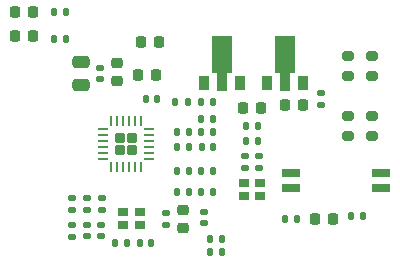
<source format=gbr>
%TF.GenerationSoftware,KiCad,Pcbnew,8.0.2-8.0.2-0~ubuntu22.04.1*%
%TF.CreationDate,2024-05-07T00:28:05+09:00*%
%TF.ProjectId,CANgatewayE,43414e67-6174-4657-9761-79452e6b6963,rev?*%
%TF.SameCoordinates,Original*%
%TF.FileFunction,Paste,Top*%
%TF.FilePolarity,Positive*%
%FSLAX46Y46*%
G04 Gerber Fmt 4.6, Leading zero omitted, Abs format (unit mm)*
G04 Created by KiCad (PCBNEW 8.0.2-8.0.2-0~ubuntu22.04.1) date 2024-05-07 00:28:05*
%MOMM*%
%LPD*%
G01*
G04 APERTURE LIST*
G04 Aperture macros list*
%AMRoundRect*
0 Rectangle with rounded corners*
0 $1 Rounding radius*
0 $2 $3 $4 $5 $6 $7 $8 $9 X,Y pos of 4 corners*
0 Add a 4 corners polygon primitive as box body*
4,1,4,$2,$3,$4,$5,$6,$7,$8,$9,$2,$3,0*
0 Add four circle primitives for the rounded corners*
1,1,$1+$1,$2,$3*
1,1,$1+$1,$4,$5*
1,1,$1+$1,$6,$7*
1,1,$1+$1,$8,$9*
0 Add four rect primitives between the rounded corners*
20,1,$1+$1,$2,$3,$4,$5,0*
20,1,$1+$1,$4,$5,$6,$7,0*
20,1,$1+$1,$6,$7,$8,$9,0*
20,1,$1+$1,$8,$9,$2,$3,0*%
%AMFreePoly0*
4,1,9,3.862500,-0.866500,0.737500,-0.866500,0.737500,-0.450000,-0.737500,-0.450000,-0.737500,0.450000,0.737500,0.450000,0.737500,0.866500,3.862500,0.866500,3.862500,-0.866500,3.862500,-0.866500,$1*%
%AMFreePoly1*
4,1,25,0.266375,0.443630,0.297109,0.420047,0.420047,0.297109,0.458455,0.230584,0.463512,0.192176,0.463512,-0.192176,0.443630,-0.266375,0.420047,-0.297109,0.297109,-0.420047,0.230584,-0.458455,0.192176,-0.463512,-0.192176,-0.463512,-0.266375,-0.443630,-0.297109,-0.420047,-0.420047,-0.297109,-0.458455,-0.230584,-0.463512,-0.192176,-0.463512,0.192176,-0.443630,0.266375,-0.420047,0.297109,
-0.297109,0.420047,-0.230584,0.458455,-0.192176,0.463512,0.192176,0.463512,0.266375,0.443630,0.266375,0.443630,$1*%
G04 Aperture macros list end*
%ADD10RoundRect,0.140000X0.140000X0.170000X-0.140000X0.170000X-0.140000X-0.170000X0.140000X-0.170000X0*%
%ADD11RoundRect,0.140000X-0.170000X0.140000X-0.170000X-0.140000X0.170000X-0.140000X0.170000X0.140000X0*%
%ADD12RoundRect,0.135000X-0.185000X0.135000X-0.185000X-0.135000X0.185000X-0.135000X0.185000X0.135000X0*%
%ADD13RoundRect,0.135000X0.135000X0.185000X-0.135000X0.185000X-0.135000X-0.185000X0.135000X-0.185000X0*%
%ADD14R,0.900000X0.800000*%
%ADD15RoundRect,0.225000X-0.225000X-0.250000X0.225000X-0.250000X0.225000X0.250000X-0.225000X0.250000X0*%
%ADD16R,0.900000X1.300000*%
%ADD17FreePoly0,90.000000*%
%ADD18RoundRect,0.218750X-0.218750X-0.256250X0.218750X-0.256250X0.218750X0.256250X-0.218750X0.256250X0*%
%ADD19RoundRect,0.140000X0.170000X-0.140000X0.170000X0.140000X-0.170000X0.140000X-0.170000X-0.140000X0*%
%ADD20RoundRect,0.200000X-0.275000X0.200000X-0.275000X-0.200000X0.275000X-0.200000X0.275000X0.200000X0*%
%ADD21FreePoly1,90.000000*%
%ADD22RoundRect,0.062500X0.062500X-0.375000X0.062500X0.375000X-0.062500X0.375000X-0.062500X-0.375000X0*%
%ADD23RoundRect,0.062500X0.375000X-0.062500X0.375000X0.062500X-0.375000X0.062500X-0.375000X-0.062500X0*%
%ADD24RoundRect,0.225000X0.225000X0.250000X-0.225000X0.250000X-0.225000X-0.250000X0.225000X-0.250000X0*%
%ADD25RoundRect,0.225000X-0.250000X0.225000X-0.250000X-0.225000X0.250000X-0.225000X0.250000X0.225000X0*%
%ADD26RoundRect,0.250000X0.475000X-0.250000X0.475000X0.250000X-0.475000X0.250000X-0.475000X-0.250000X0*%
%ADD27RoundRect,0.218750X-0.256250X0.218750X-0.256250X-0.218750X0.256250X-0.218750X0.256250X0.218750X0*%
%ADD28RoundRect,0.135000X0.185000X-0.135000X0.185000X0.135000X-0.185000X0.135000X-0.185000X-0.135000X0*%
%ADD29R,1.600000X0.760000*%
%ADD30RoundRect,0.135000X-0.135000X-0.185000X0.135000X-0.185000X0.135000X0.185000X-0.135000X0.185000X0*%
G04 APERTURE END LIST*
D10*
%TO.C,C25*%
X46962000Y7112000D03*
X46002000Y7112000D03*
%TD*%
D11*
%TO.C,C11*%
X43434000Y17498000D03*
X43434000Y16538000D03*
%TD*%
D12*
%TO.C,R18*%
X22352000Y8638000D03*
X22352000Y7618000D03*
%TD*%
D10*
%TO.C,C10*%
X35024000Y4064000D03*
X34064000Y4064000D03*
%TD*%
D13*
%TO.C,R3*%
X34292000Y9144000D03*
X33272000Y9144000D03*
%TD*%
%TO.C,R6*%
X34294000Y16764000D03*
X33274000Y16764000D03*
%TD*%
D12*
%TO.C,R16*%
X23622000Y8638000D03*
X23622000Y7618000D03*
%TD*%
D14*
%TO.C,Y1*%
X38292000Y9948000D03*
X36892000Y9948000D03*
X36892000Y8848000D03*
X38292000Y8848000D03*
%TD*%
D15*
%TO.C,C22*%
X36804000Y16256000D03*
X38354000Y16256000D03*
%TD*%
D11*
%TO.C,C19*%
X24892000Y8608000D03*
X24892000Y7648000D03*
%TD*%
D16*
%TO.C,U5*%
X38886000Y18370000D03*
D17*
X40386000Y18457500D03*
D16*
X41886000Y18370000D03*
%TD*%
D13*
%TO.C,R1*%
X38104000Y13462000D03*
X37084000Y13462000D03*
%TD*%
%TO.C,R22*%
X21846000Y22140000D03*
X20826000Y22140000D03*
%TD*%
D10*
%TO.C,C16*%
X34290000Y12954000D03*
X33330000Y12954000D03*
%TD*%
D11*
%TO.C,C20*%
X24830000Y6350000D03*
X24830000Y5390000D03*
%TD*%
D18*
%TO.C,D1*%
X17500500Y24384000D03*
X19075500Y24384000D03*
%TD*%
D19*
%TO.C,C1*%
X38201600Y11204000D03*
X38201600Y12164000D03*
%TD*%
D13*
%TO.C,R9*%
X32260000Y12954000D03*
X31240000Y12954000D03*
%TD*%
D20*
%TO.C,JP3*%
X45720000Y20637000D03*
X45720000Y18987000D03*
%TD*%
D21*
%TO.C,U2*%
X26416000Y12708000D03*
X27416000Y12708000D03*
X26416000Y13708000D03*
X27416000Y13708000D03*
D22*
X25666000Y11270500D03*
X26166000Y11270500D03*
X26666000Y11270500D03*
X27166000Y11270500D03*
X27666000Y11270500D03*
X28166000Y11270500D03*
D23*
X28853500Y11958000D03*
X28853500Y12458000D03*
X28853500Y12958000D03*
X28853500Y13458000D03*
X28853500Y13958000D03*
X28853500Y14458000D03*
D22*
X28166000Y15145500D03*
X27666000Y15145500D03*
X27166000Y15145500D03*
X26666000Y15145500D03*
X26166000Y15145500D03*
X25666000Y15145500D03*
D23*
X24978500Y14458000D03*
X24978500Y13958000D03*
X24978500Y13458000D03*
X24978500Y12958000D03*
X24978500Y12458000D03*
X24978500Y11958000D03*
%TD*%
D24*
%TO.C,C24*%
X29718000Y21844000D03*
X28168000Y21844000D03*
%TD*%
D15*
%TO.C,C5*%
X42926000Y6858000D03*
X44476000Y6858000D03*
%TD*%
D20*
%TO.C,JP5*%
X47752000Y15557000D03*
X47752000Y13907000D03*
%TD*%
D24*
%TO.C,C4*%
X29477000Y19050000D03*
X27927000Y19050000D03*
%TD*%
D13*
%TO.C,R7*%
X32260000Y10922000D03*
X31240000Y10922000D03*
%TD*%
D16*
%TO.C,U7*%
X33552000Y18370000D03*
D17*
X35052000Y18457500D03*
D16*
X36552000Y18370000D03*
%TD*%
D13*
%TO.C,R2*%
X34292000Y10922000D03*
X33272000Y10922000D03*
%TD*%
D25*
%TO.C,C15*%
X31750000Y7633000D03*
X31750000Y6083000D03*
%TD*%
D20*
%TO.C,JP4*%
X45720000Y15557000D03*
X45720000Y13907000D03*
%TD*%
D13*
%TO.C,R8*%
X32260000Y9144000D03*
X31240000Y9144000D03*
%TD*%
D26*
%TO.C,C17*%
X23114000Y18227000D03*
X23114000Y20127000D03*
%TD*%
D19*
%TO.C,C18*%
X24765000Y18697000D03*
X24765000Y19657000D03*
%TD*%
D24*
%TO.C,C23*%
X41923000Y16510000D03*
X40373000Y16510000D03*
%TD*%
D14*
%TO.C,Y2*%
X28070000Y7442902D03*
X26670000Y7442902D03*
X26670000Y6342902D03*
X28070000Y6342902D03*
%TD*%
D19*
%TO.C,C8*%
X33528000Y6505000D03*
X33528000Y7465000D03*
%TD*%
D27*
%TO.C,L1*%
X26162000Y20091500D03*
X26162000Y18516500D03*
%TD*%
D13*
%TO.C,R5*%
X34292000Y15367000D03*
X33272000Y15367000D03*
%TD*%
D28*
%TO.C,R17*%
X22352000Y5332000D03*
X22352000Y6352000D03*
%TD*%
D29*
%TO.C,SW1*%
X40894000Y10795000D03*
X40894000Y9525000D03*
X48514000Y9525000D03*
X48514000Y10795000D03*
%TD*%
D11*
%TO.C,C14*%
X30353000Y7338000D03*
X30353000Y6378000D03*
%TD*%
D10*
%TO.C,C7*%
X38072000Y14732000D03*
X37112000Y14732000D03*
%TD*%
%TO.C,C13*%
X26995000Y4860902D03*
X26035000Y4860902D03*
%TD*%
%TO.C,C6*%
X29563000Y17018000D03*
X28603000Y17018000D03*
%TD*%
D20*
%TO.C,JP2*%
X47752000Y20637000D03*
X47752000Y18987000D03*
%TD*%
D10*
%TO.C,C3*%
X35024000Y5207000D03*
X34064000Y5207000D03*
%TD*%
D13*
%TO.C,R4*%
X34292000Y14224000D03*
X33272000Y14224000D03*
%TD*%
D11*
%TO.C,C2*%
X36982400Y12164000D03*
X36982400Y11204000D03*
%TD*%
D30*
%TO.C,R10*%
X31240000Y14224000D03*
X32260000Y14224000D03*
%TD*%
D18*
%TO.C,D2*%
X17500500Y22352000D03*
X19075500Y22352000D03*
%TD*%
D10*
%TO.C,C12*%
X29055000Y4860902D03*
X28095000Y4860902D03*
%TD*%
D13*
%TO.C,R21*%
X21844000Y24384000D03*
X20824000Y24384000D03*
%TD*%
D30*
%TO.C,R11*%
X31113000Y16764000D03*
X32133000Y16764000D03*
%TD*%
D10*
%TO.C,C9*%
X41374000Y6858000D03*
X40414000Y6858000D03*
%TD*%
D11*
%TO.C,C21*%
X23622000Y6350000D03*
X23622000Y5390000D03*
%TD*%
M02*

</source>
